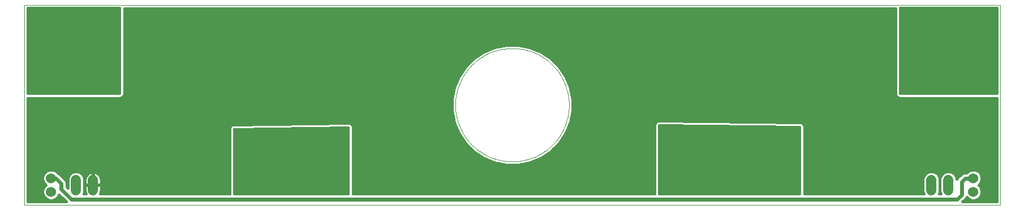
<source format=gbl>
G75*
G70*
%OFA0B0*%
%FSLAX24Y24*%
%IPPOS*%
%LPD*%
%AMOC8*
5,1,8,0,0,1.08239X$1,22.5*
%
%ADD10C,0.0000*%
%ADD11C,0.0591*%
%ADD12C,0.0600*%
%ADD13C,0.0160*%
%ADD14C,0.0317*%
%ADD15C,0.0100*%
%ADD16C,0.0356*%
%ADD17C,0.0240*%
D10*
X000350Y000280D02*
X057830Y000280D01*
X057830Y012091D01*
X000350Y012091D01*
X000350Y000280D01*
X025744Y006186D02*
X025748Y006350D01*
X025760Y006514D01*
X025780Y006677D01*
X025808Y006839D01*
X025844Y006999D01*
X025888Y007157D01*
X025940Y007313D01*
X025999Y007466D01*
X026065Y007617D01*
X026139Y007763D01*
X026220Y007906D01*
X026308Y008045D01*
X026402Y008179D01*
X026504Y008309D01*
X026611Y008433D01*
X026724Y008552D01*
X026843Y008665D01*
X026967Y008772D01*
X027097Y008874D01*
X027231Y008968D01*
X027370Y009056D01*
X027513Y009137D01*
X027659Y009211D01*
X027810Y009277D01*
X027963Y009336D01*
X028119Y009388D01*
X028277Y009432D01*
X028437Y009468D01*
X028599Y009496D01*
X028762Y009516D01*
X028926Y009528D01*
X029090Y009532D01*
X029254Y009528D01*
X029418Y009516D01*
X029581Y009496D01*
X029743Y009468D01*
X029903Y009432D01*
X030061Y009388D01*
X030217Y009336D01*
X030370Y009277D01*
X030521Y009211D01*
X030667Y009137D01*
X030810Y009056D01*
X030949Y008968D01*
X031083Y008874D01*
X031213Y008772D01*
X031337Y008665D01*
X031456Y008552D01*
X031569Y008433D01*
X031676Y008309D01*
X031778Y008179D01*
X031872Y008045D01*
X031960Y007906D01*
X032041Y007763D01*
X032115Y007617D01*
X032181Y007466D01*
X032240Y007313D01*
X032292Y007157D01*
X032336Y006999D01*
X032372Y006839D01*
X032400Y006677D01*
X032420Y006514D01*
X032432Y006350D01*
X032436Y006186D01*
X032432Y006022D01*
X032420Y005858D01*
X032400Y005695D01*
X032372Y005533D01*
X032336Y005373D01*
X032292Y005215D01*
X032240Y005059D01*
X032181Y004906D01*
X032115Y004755D01*
X032041Y004609D01*
X031960Y004466D01*
X031872Y004327D01*
X031778Y004193D01*
X031676Y004063D01*
X031569Y003939D01*
X031456Y003820D01*
X031337Y003707D01*
X031213Y003600D01*
X031083Y003498D01*
X030949Y003404D01*
X030810Y003316D01*
X030667Y003235D01*
X030521Y003161D01*
X030370Y003095D01*
X030217Y003036D01*
X030061Y002984D01*
X029903Y002940D01*
X029743Y002904D01*
X029581Y002876D01*
X029418Y002856D01*
X029254Y002844D01*
X029090Y002840D01*
X028926Y002844D01*
X028762Y002856D01*
X028599Y002876D01*
X028437Y002904D01*
X028277Y002940D01*
X028119Y002984D01*
X027963Y003036D01*
X027810Y003095D01*
X027659Y003161D01*
X027513Y003235D01*
X027370Y003316D01*
X027231Y003404D01*
X027097Y003498D01*
X026967Y003600D01*
X026843Y003707D01*
X026724Y003820D01*
X026611Y003939D01*
X026504Y004063D01*
X026402Y004193D01*
X026308Y004327D01*
X026220Y004466D01*
X026139Y004609D01*
X026065Y004755D01*
X025999Y004906D01*
X025940Y005059D01*
X025888Y005215D01*
X025844Y005373D01*
X025808Y005533D01*
X025780Y005695D01*
X025760Y005858D01*
X025748Y006022D01*
X025744Y006186D01*
D11*
X004393Y001756D02*
X004393Y001166D01*
X003393Y001166D02*
X003393Y001756D01*
X053787Y001756D02*
X053787Y001166D01*
X054787Y001166D02*
X054787Y001756D01*
D12*
X056256Y001855D03*
X056256Y001067D03*
X001925Y001067D03*
X001925Y001855D03*
D13*
X001425Y001865D02*
X000550Y001865D01*
X000550Y002024D02*
X001454Y002024D01*
X001425Y001954D02*
X001425Y001755D01*
X001501Y001572D01*
X001612Y001461D01*
X001501Y001351D01*
X001425Y001167D01*
X001425Y000968D01*
X001501Y000784D01*
X001642Y000644D01*
X001826Y000567D01*
X002024Y000567D01*
X002208Y000644D01*
X002349Y000784D01*
X002391Y000887D01*
X002798Y000480D01*
X000550Y000480D01*
X000550Y006600D01*
X006006Y006600D01*
X006109Y006643D01*
X006188Y006721D01*
X006230Y006824D01*
X006230Y011891D01*
X051670Y011891D01*
X051670Y006824D01*
X051713Y006721D01*
X051792Y006643D01*
X051894Y006600D01*
X057630Y006600D01*
X057630Y000480D01*
X055629Y000480D01*
X055748Y000599D01*
X055838Y000689D01*
X055864Y000752D01*
X055972Y000644D01*
X056156Y000567D01*
X056355Y000567D01*
X056539Y000644D01*
X056680Y000784D01*
X056756Y000968D01*
X056756Y001167D01*
X056680Y001351D01*
X056569Y001461D01*
X056680Y001572D01*
X056756Y001755D01*
X056756Y001954D01*
X056680Y002138D01*
X056539Y002279D01*
X056355Y002355D01*
X056156Y002355D01*
X055972Y002279D01*
X055869Y002175D01*
X055700Y002175D01*
X055582Y002126D01*
X055492Y002036D01*
X055295Y001839D01*
X055282Y001808D01*
X055282Y001855D01*
X055207Y002037D01*
X055068Y002176D01*
X054886Y002252D01*
X054689Y002252D01*
X054507Y002176D01*
X054367Y002037D01*
X054292Y001855D01*
X054292Y001067D01*
X054343Y000944D01*
X054232Y000944D01*
X054282Y001067D01*
X054282Y001855D01*
X054207Y002037D01*
X054068Y002176D01*
X053886Y002252D01*
X053689Y002252D01*
X053507Y002176D01*
X053367Y002037D01*
X053292Y001855D01*
X053292Y001067D01*
X053343Y000944D01*
X046299Y000944D01*
X046299Y004878D01*
X046299Y004932D01*
X046299Y004934D01*
X046299Y004936D01*
X046278Y004986D01*
X046258Y005036D01*
X046257Y005037D01*
X046256Y005039D01*
X046218Y005077D01*
X046180Y005115D01*
X046179Y005116D01*
X046177Y005117D01*
X046127Y005138D01*
X046078Y005159D01*
X046076Y005159D01*
X046074Y005160D01*
X046020Y005160D01*
X037815Y005258D01*
X037814Y005258D01*
X037760Y005258D01*
X037706Y005259D01*
X037704Y005258D01*
X037702Y005258D01*
X037652Y005238D01*
X037602Y005218D01*
X037601Y005216D01*
X037599Y005216D01*
X037561Y005178D01*
X037523Y005140D01*
X037522Y005138D01*
X037521Y005137D01*
X037500Y005087D01*
X037479Y005037D01*
X037479Y005036D01*
X037478Y005034D01*
X037478Y004980D01*
X037477Y004926D01*
X037478Y004924D01*
X037478Y000944D01*
X019699Y000944D01*
X019699Y004831D01*
X019699Y004832D01*
X019699Y004880D01*
X019699Y004928D01*
X019698Y004930D01*
X019698Y004932D01*
X019679Y004976D01*
X019661Y005020D01*
X019659Y005021D01*
X019658Y005023D01*
X019624Y005056D01*
X019590Y005090D01*
X019588Y005091D01*
X019587Y005092D01*
X019543Y005110D01*
X019498Y005128D01*
X019496Y005128D01*
X019495Y005129D01*
X019447Y005128D01*
X019399Y005128D01*
X019397Y005128D01*
X012678Y005030D01*
X012630Y005030D01*
X012629Y005029D01*
X012627Y005029D01*
X012583Y005010D01*
X012538Y004992D01*
X012537Y004991D01*
X012535Y004990D01*
X012502Y004955D01*
X012468Y004922D01*
X012467Y004920D01*
X012466Y004919D01*
X012448Y004874D01*
X012430Y004830D01*
X012430Y004828D01*
X012429Y004826D01*
X012430Y004778D01*
X012430Y000944D01*
X004814Y000944D01*
X004834Y000983D01*
X004857Y001055D01*
X004869Y001128D01*
X004869Y001443D01*
X004412Y001443D01*
X004412Y001480D01*
X004375Y001480D01*
X004375Y002232D01*
X004356Y002232D01*
X004282Y002220D01*
X004211Y002197D01*
X004144Y002163D01*
X004084Y002119D01*
X004031Y002066D01*
X003987Y002005D01*
X003953Y001939D01*
X003930Y001868D01*
X003918Y001794D01*
X003918Y001480D01*
X004375Y001480D01*
X004375Y001443D01*
X003918Y001443D01*
X003918Y001128D01*
X003930Y001055D01*
X003953Y000983D01*
X003973Y000944D01*
X003838Y000944D01*
X003889Y001067D01*
X003889Y001855D01*
X003813Y002037D01*
X003674Y002176D01*
X003492Y002252D01*
X003295Y002252D01*
X003113Y002176D01*
X002974Y002037D01*
X002898Y001855D01*
X002898Y001285D01*
X002836Y001348D01*
X002836Y001623D01*
X002787Y001741D01*
X002697Y001831D01*
X002402Y002126D01*
X002332Y002155D01*
X002208Y002279D01*
X002024Y002355D01*
X001826Y002355D01*
X001642Y002279D01*
X001501Y002138D01*
X001425Y001954D01*
X001445Y001707D02*
X000550Y001707D01*
X000550Y001548D02*
X001525Y001548D01*
X001540Y001390D02*
X000550Y001390D01*
X000550Y001231D02*
X001452Y001231D01*
X001425Y001073D02*
X000550Y001073D01*
X000550Y000914D02*
X001447Y000914D01*
X001530Y000756D02*
X000550Y000756D01*
X000550Y000597D02*
X001754Y000597D01*
X002096Y000597D02*
X002681Y000597D01*
X002523Y000756D02*
X002320Y000756D01*
X003889Y001073D02*
X003927Y001073D01*
X003918Y001231D02*
X003889Y001231D01*
X003889Y001390D02*
X003918Y001390D01*
X003918Y001548D02*
X003889Y001548D01*
X003889Y001707D02*
X003918Y001707D01*
X004375Y001707D02*
X004412Y001707D01*
X004412Y001548D02*
X004375Y001548D01*
X004412Y001480D02*
X004412Y002232D01*
X004431Y002232D01*
X004505Y002220D01*
X004576Y002197D01*
X004643Y002163D01*
X004703Y002119D01*
X004756Y002066D01*
X004800Y002005D01*
X004834Y001939D01*
X004857Y001868D01*
X004869Y001794D01*
X004869Y001480D01*
X004412Y001480D01*
X004869Y001548D02*
X012430Y001548D01*
X012430Y001390D02*
X004869Y001390D01*
X004869Y001231D02*
X012430Y001231D01*
X012430Y001073D02*
X004860Y001073D01*
X002898Y001390D02*
X002836Y001390D01*
X002836Y001548D02*
X002898Y001548D01*
X002898Y001707D02*
X002801Y001707D01*
X002902Y001865D02*
X002663Y001865D01*
X002504Y002024D02*
X002968Y002024D01*
X003127Y002182D02*
X002305Y002182D01*
X001545Y002182D02*
X000550Y002182D01*
X000550Y002341D02*
X001791Y002341D01*
X002059Y002341D02*
X012430Y002341D01*
X012430Y002499D02*
X000550Y002499D01*
X000550Y002658D02*
X012430Y002658D01*
X012430Y002816D02*
X000550Y002816D01*
X000550Y002975D02*
X012430Y002975D01*
X012430Y003133D02*
X000550Y003133D01*
X000550Y003292D02*
X012430Y003292D01*
X012430Y003450D02*
X000550Y003450D01*
X000550Y003609D02*
X012430Y003609D01*
X012430Y003767D02*
X000550Y003767D01*
X000550Y003926D02*
X012430Y003926D01*
X012430Y004084D02*
X000550Y004084D01*
X000550Y004243D02*
X012430Y004243D01*
X012430Y004401D02*
X000550Y004401D01*
X000550Y004560D02*
X012430Y004560D01*
X012430Y004718D02*
X000550Y004718D01*
X000550Y004877D02*
X012449Y004877D01*
X013023Y005035D02*
X000550Y005035D01*
X000550Y005194D02*
X025672Y005194D01*
X025680Y005151D02*
X025948Y004506D01*
X026336Y003925D01*
X026830Y003431D01*
X027410Y003043D01*
X028056Y002775D01*
X028741Y002639D01*
X029440Y002639D01*
X030125Y002775D01*
X030770Y003043D01*
X031351Y003431D01*
X031845Y003925D01*
X032233Y004506D01*
X032501Y005151D01*
X032637Y005836D01*
X032637Y006535D01*
X032501Y007220D01*
X032233Y007865D01*
X031845Y008446D01*
X031351Y008940D01*
X030770Y009328D01*
X030125Y009596D01*
X029440Y009732D01*
X028741Y009732D01*
X028056Y009596D01*
X027410Y009328D01*
X026830Y008940D01*
X026336Y008446D01*
X025948Y007865D01*
X025680Y007220D01*
X025544Y006535D01*
X025544Y005836D01*
X025680Y005151D01*
X025728Y005035D02*
X019646Y005035D01*
X019699Y004877D02*
X025794Y004877D01*
X025860Y004718D02*
X019699Y004718D01*
X019699Y004560D02*
X025925Y004560D01*
X026017Y004401D02*
X019699Y004401D01*
X019699Y004243D02*
X026123Y004243D01*
X026229Y004084D02*
X019699Y004084D01*
X019699Y003926D02*
X026335Y003926D01*
X026493Y003767D02*
X019699Y003767D01*
X019699Y003609D02*
X026652Y003609D01*
X026810Y003450D02*
X019699Y003450D01*
X019699Y003292D02*
X027038Y003292D01*
X027275Y003133D02*
X019699Y003133D01*
X019699Y002975D02*
X027575Y002975D01*
X027958Y002816D02*
X019699Y002816D01*
X019699Y002658D02*
X028648Y002658D01*
X029532Y002658D02*
X037478Y002658D01*
X037478Y002816D02*
X030223Y002816D01*
X030606Y002975D02*
X037478Y002975D01*
X037478Y003133D02*
X030905Y003133D01*
X031143Y003292D02*
X037478Y003292D01*
X037758Y003292D02*
X046019Y003292D01*
X046019Y003133D02*
X037758Y003133D01*
X037758Y002975D02*
X046019Y002975D01*
X046299Y002975D02*
X057630Y002975D01*
X057630Y003133D02*
X046299Y003133D01*
X046299Y003292D02*
X057630Y003292D01*
X057630Y003450D02*
X046299Y003450D01*
X046299Y003609D02*
X057630Y003609D01*
X057630Y003767D02*
X046299Y003767D01*
X046299Y003926D02*
X057630Y003926D01*
X057630Y004084D02*
X046299Y004084D01*
X046299Y004243D02*
X057630Y004243D01*
X057630Y004401D02*
X046299Y004401D01*
X046019Y004401D02*
X037758Y004401D01*
X037758Y004243D02*
X046019Y004243D01*
X046019Y004084D02*
X037758Y004084D01*
X037478Y004084D02*
X031951Y004084D01*
X032057Y004243D02*
X037478Y004243D01*
X037478Y004401D02*
X032163Y004401D01*
X032255Y004560D02*
X037478Y004560D01*
X037478Y004718D02*
X032321Y004718D01*
X032387Y004877D02*
X037478Y004877D01*
X037758Y004877D02*
X046019Y004877D01*
X046019Y004880D02*
X037758Y004978D01*
X037758Y000944D01*
X046019Y000944D01*
X046019Y004880D01*
X046019Y004718D02*
X037758Y004718D01*
X037758Y004560D02*
X046019Y004560D01*
X046299Y004560D02*
X057630Y004560D01*
X057630Y004718D02*
X046299Y004718D01*
X046299Y004877D02*
X057630Y004877D01*
X057630Y005035D02*
X046258Y005035D01*
X043208Y005194D02*
X057630Y005194D01*
X057630Y005352D02*
X032540Y005352D01*
X032509Y005194D02*
X037577Y005194D01*
X037478Y005035D02*
X032452Y005035D01*
X032572Y005511D02*
X057630Y005511D01*
X057630Y005669D02*
X032604Y005669D01*
X032635Y005828D02*
X057630Y005828D01*
X057630Y005986D02*
X032637Y005986D01*
X032637Y006145D02*
X057630Y006145D01*
X057630Y006303D02*
X032637Y006303D01*
X032637Y006462D02*
X057630Y006462D01*
X057650Y006880D02*
X051950Y006880D01*
X051950Y011911D01*
X057650Y011911D01*
X057650Y006880D01*
X057650Y006937D02*
X051950Y006937D01*
X051950Y007096D02*
X057650Y007096D01*
X057650Y007254D02*
X051950Y007254D01*
X051950Y007413D02*
X057650Y007413D01*
X057650Y007571D02*
X051950Y007571D01*
X051950Y007730D02*
X057650Y007730D01*
X057650Y007888D02*
X051950Y007888D01*
X051950Y008047D02*
X057650Y008047D01*
X057650Y008205D02*
X051950Y008205D01*
X051670Y008205D02*
X032006Y008205D01*
X032112Y008047D02*
X051670Y008047D01*
X051670Y007888D02*
X032218Y007888D01*
X032289Y007730D02*
X051670Y007730D01*
X051670Y007571D02*
X032355Y007571D01*
X032421Y007413D02*
X051670Y007413D01*
X051670Y007254D02*
X032486Y007254D01*
X032525Y007096D02*
X051670Y007096D01*
X051670Y006937D02*
X032557Y006937D01*
X032588Y006779D02*
X051689Y006779D01*
X051846Y006620D02*
X032620Y006620D01*
X026069Y008047D02*
X006230Y008047D01*
X006230Y008205D02*
X026174Y008205D01*
X026280Y008364D02*
X006230Y008364D01*
X006230Y008522D02*
X026411Y008522D01*
X026570Y008681D02*
X006230Y008681D01*
X005950Y008681D02*
X000530Y008681D01*
X000530Y008522D02*
X005950Y008522D01*
X005950Y008364D02*
X000530Y008364D01*
X000530Y008205D02*
X005950Y008205D01*
X005950Y008047D02*
X000530Y008047D01*
X000530Y007888D02*
X005950Y007888D01*
X006230Y007888D02*
X025963Y007888D01*
X025891Y007730D02*
X006230Y007730D01*
X006230Y007571D02*
X025826Y007571D01*
X025760Y007413D02*
X006230Y007413D01*
X006230Y007254D02*
X025694Y007254D01*
X025655Y007096D02*
X006230Y007096D01*
X006230Y006937D02*
X025624Y006937D01*
X025592Y006779D02*
X006211Y006779D01*
X005950Y006880D02*
X005950Y011911D01*
X000530Y011911D01*
X000530Y006880D01*
X005950Y006880D01*
X005950Y006937D02*
X000530Y006937D01*
X000530Y007096D02*
X005950Y007096D01*
X005950Y007254D02*
X000530Y007254D01*
X000530Y007413D02*
X005950Y007413D01*
X005950Y007571D02*
X000530Y007571D01*
X000530Y007730D02*
X005950Y007730D01*
X006054Y006620D02*
X025561Y006620D01*
X025544Y006462D02*
X000550Y006462D01*
X000550Y006303D02*
X025544Y006303D01*
X025544Y006145D02*
X000550Y006145D01*
X000550Y005986D02*
X025544Y005986D01*
X025546Y005828D02*
X000550Y005828D01*
X000550Y005669D02*
X025577Y005669D01*
X025609Y005511D02*
X000550Y005511D01*
X000550Y005352D02*
X025640Y005352D01*
X031846Y003926D02*
X037478Y003926D01*
X037478Y003767D02*
X031687Y003767D01*
X031529Y003609D02*
X037478Y003609D01*
X037478Y003450D02*
X031370Y003450D01*
X037478Y002499D02*
X019699Y002499D01*
X019699Y002341D02*
X037478Y002341D01*
X037758Y002341D02*
X046019Y002341D01*
X046019Y002499D02*
X037758Y002499D01*
X037758Y002658D02*
X046019Y002658D01*
X046019Y002816D02*
X037758Y002816D01*
X037758Y002182D02*
X046019Y002182D01*
X046019Y002024D02*
X037758Y002024D01*
X037758Y001865D02*
X046019Y001865D01*
X046299Y001865D02*
X053296Y001865D01*
X053362Y002024D02*
X046299Y002024D01*
X046299Y002182D02*
X053521Y002182D01*
X054054Y002182D02*
X054521Y002182D01*
X054362Y002024D02*
X054213Y002024D01*
X054278Y001865D02*
X054296Y001865D01*
X054282Y001707D02*
X054292Y001707D01*
X054282Y001548D02*
X054292Y001548D01*
X054282Y001390D02*
X054292Y001390D01*
X054282Y001231D02*
X054292Y001231D01*
X054282Y001073D02*
X054292Y001073D01*
X053292Y001073D02*
X046299Y001073D01*
X046019Y001073D02*
X037758Y001073D01*
X037478Y001073D02*
X019699Y001073D01*
X019699Y001231D02*
X037478Y001231D01*
X037478Y001390D02*
X019699Y001390D01*
X019699Y001548D02*
X037478Y001548D01*
X037478Y001707D02*
X019699Y001707D01*
X019699Y001865D02*
X037478Y001865D01*
X037478Y002024D02*
X019699Y002024D01*
X019699Y002182D02*
X037478Y002182D01*
X037758Y001707D02*
X046019Y001707D01*
X046019Y001548D02*
X037758Y001548D01*
X037758Y001390D02*
X046019Y001390D01*
X046019Y001231D02*
X037758Y001231D01*
X046299Y001231D02*
X053292Y001231D01*
X053292Y001390D02*
X046299Y001390D01*
X046299Y001548D02*
X053292Y001548D01*
X053292Y001707D02*
X046299Y001707D01*
X046299Y002341D02*
X056122Y002341D01*
X056390Y002341D02*
X057630Y002341D01*
X057630Y002499D02*
X046299Y002499D01*
X046299Y002658D02*
X057630Y002658D01*
X057630Y002816D02*
X046299Y002816D01*
X046019Y003450D02*
X037758Y003450D01*
X037758Y003609D02*
X046019Y003609D01*
X046019Y003767D02*
X037758Y003767D01*
X037758Y003926D02*
X046019Y003926D01*
X055054Y002182D02*
X055876Y002182D01*
X055480Y002024D02*
X055213Y002024D01*
X055278Y001865D02*
X055321Y001865D01*
X056636Y002182D02*
X057630Y002182D01*
X057630Y002024D02*
X056727Y002024D01*
X056756Y001865D02*
X057630Y001865D01*
X057630Y001707D02*
X056735Y001707D01*
X056656Y001548D02*
X057630Y001548D01*
X057630Y001390D02*
X056641Y001390D01*
X056729Y001231D02*
X057630Y001231D01*
X057630Y001073D02*
X056756Y001073D01*
X056733Y000914D02*
X057630Y000914D01*
X057630Y000756D02*
X056651Y000756D01*
X056427Y000597D02*
X057630Y000597D01*
X056085Y000597D02*
X055746Y000597D01*
X055748Y000599D02*
X055748Y000599D01*
X057650Y008364D02*
X051950Y008364D01*
X051950Y008522D02*
X057650Y008522D01*
X057650Y008681D02*
X051950Y008681D01*
X051670Y008681D02*
X031611Y008681D01*
X031769Y008522D02*
X051670Y008522D01*
X051670Y008364D02*
X031900Y008364D01*
X031452Y008839D02*
X051670Y008839D01*
X051670Y008998D02*
X031265Y008998D01*
X031028Y009156D02*
X051670Y009156D01*
X051670Y009315D02*
X030791Y009315D01*
X030421Y009473D02*
X051670Y009473D01*
X051670Y009632D02*
X029945Y009632D01*
X028236Y009632D02*
X006230Y009632D01*
X006230Y009790D02*
X051670Y009790D01*
X051950Y009790D02*
X057650Y009790D01*
X057650Y009632D02*
X051950Y009632D01*
X051950Y009473D02*
X057650Y009473D01*
X057650Y009315D02*
X051950Y009315D01*
X051950Y009156D02*
X057650Y009156D01*
X057650Y008998D02*
X051950Y008998D01*
X051950Y008839D02*
X057650Y008839D01*
X057650Y009949D02*
X051950Y009949D01*
X051950Y010107D02*
X057650Y010107D01*
X057650Y010266D02*
X051950Y010266D01*
X051950Y010424D02*
X057650Y010424D01*
X057650Y010583D02*
X051950Y010583D01*
X051950Y010741D02*
X057650Y010741D01*
X057650Y010900D02*
X051950Y010900D01*
X051670Y010900D02*
X006230Y010900D01*
X006230Y010741D02*
X051670Y010741D01*
X051670Y010583D02*
X006230Y010583D01*
X005950Y010583D02*
X000530Y010583D01*
X000530Y010741D02*
X005950Y010741D01*
X005950Y010900D02*
X000530Y010900D01*
X000530Y011058D02*
X005950Y011058D01*
X005950Y011217D02*
X000530Y011217D01*
X000530Y011375D02*
X005950Y011375D01*
X005950Y011534D02*
X000530Y011534D01*
X000530Y011692D02*
X005950Y011692D01*
X005950Y011851D02*
X000530Y011851D01*
X006230Y011851D02*
X051670Y011851D01*
X051670Y011692D02*
X006230Y011692D01*
X006230Y011534D02*
X051670Y011534D01*
X051670Y011375D02*
X006230Y011375D01*
X006230Y011217D02*
X051670Y011217D01*
X051670Y011058D02*
X006230Y011058D01*
X006230Y010424D02*
X051670Y010424D01*
X051670Y010266D02*
X006230Y010266D01*
X006230Y010107D02*
X051670Y010107D01*
X051670Y009949D02*
X006230Y009949D01*
X005950Y009949D02*
X000530Y009949D01*
X000530Y010107D02*
X005950Y010107D01*
X005950Y010266D02*
X000530Y010266D01*
X000530Y010424D02*
X005950Y010424D01*
X005950Y009790D02*
X000530Y009790D01*
X000530Y009632D02*
X005950Y009632D01*
X005950Y009473D02*
X000530Y009473D01*
X000530Y009315D02*
X005950Y009315D01*
X005950Y009156D02*
X000530Y009156D01*
X000530Y008998D02*
X005950Y008998D01*
X005950Y008839D02*
X000530Y008839D01*
X006230Y008839D02*
X026728Y008839D01*
X026915Y008998D02*
X006230Y008998D01*
X006230Y009156D02*
X027153Y009156D01*
X027390Y009315D02*
X006230Y009315D01*
X006230Y009473D02*
X027760Y009473D01*
X051950Y011058D02*
X057650Y011058D01*
X057650Y011217D02*
X051950Y011217D01*
X051950Y011375D02*
X057650Y011375D01*
X057650Y011534D02*
X051950Y011534D01*
X051950Y011692D02*
X057650Y011692D01*
X057650Y011851D02*
X051950Y011851D01*
X012430Y002182D02*
X004605Y002182D01*
X004412Y002182D02*
X004375Y002182D01*
X004375Y002024D02*
X004412Y002024D01*
X004412Y001865D02*
X004375Y001865D01*
X004000Y002024D02*
X003819Y002024D01*
X003885Y001865D02*
X003929Y001865D01*
X004182Y002182D02*
X003660Y002182D01*
X004787Y002024D02*
X012430Y002024D01*
X012430Y001865D02*
X004857Y001865D01*
X004869Y001707D02*
X012430Y001707D01*
D14*
X011985Y001495D03*
X011886Y003365D03*
X005390Y004054D03*
X006670Y005038D03*
X011886Y004939D03*
X001256Y006022D03*
X008442Y007794D03*
X007550Y008680D03*
X007200Y008680D03*
X007200Y009080D03*
X007550Y009080D03*
X008540Y010451D03*
X042103Y005924D03*
X043776Y005825D03*
X049879Y005530D03*
X052142Y006317D03*
X052536Y004546D03*
X049977Y003955D03*
X046926Y001298D03*
X036886Y001593D03*
X020449Y001888D03*
X000764Y000806D03*
X047516Y007991D03*
X049050Y008930D03*
X049400Y008930D03*
X049400Y009380D03*
X049050Y009380D03*
X047516Y009861D03*
D15*
X019449Y004878D02*
X012680Y004780D01*
X012680Y000914D01*
X019449Y000914D01*
X019449Y004878D01*
X019449Y004811D02*
X014813Y004811D01*
X012680Y004713D02*
X019449Y004713D01*
X019449Y004614D02*
X012680Y004614D01*
X012680Y004516D02*
X019449Y004516D01*
X019449Y004417D02*
X012680Y004417D01*
X012680Y004319D02*
X019449Y004319D01*
X019449Y004220D02*
X012680Y004220D01*
X012680Y004122D02*
X019449Y004122D01*
X019449Y004023D02*
X012680Y004023D01*
X012680Y003925D02*
X019449Y003925D01*
X019449Y003826D02*
X012680Y003826D01*
X012680Y003728D02*
X019449Y003728D01*
X019449Y003629D02*
X012680Y003629D01*
X012680Y003531D02*
X019449Y003531D01*
X019449Y003432D02*
X012680Y003432D01*
X012680Y003334D02*
X019449Y003334D01*
X019449Y003235D02*
X012680Y003235D01*
X012680Y003137D02*
X019449Y003137D01*
X019449Y003038D02*
X012680Y003038D01*
X012680Y002940D02*
X019449Y002940D01*
X019449Y002841D02*
X012680Y002841D01*
X012680Y002743D02*
X019449Y002743D01*
X019449Y002644D02*
X012680Y002644D01*
X012680Y002546D02*
X019449Y002546D01*
X019449Y002447D02*
X012680Y002447D01*
X012680Y002349D02*
X019449Y002349D01*
X019449Y002250D02*
X012680Y002250D01*
X012680Y002152D02*
X019449Y002152D01*
X019449Y002053D02*
X012680Y002053D01*
X012680Y001955D02*
X019449Y001955D01*
X019449Y001856D02*
X012680Y001856D01*
X012680Y001758D02*
X019449Y001758D01*
X019449Y001659D02*
X012680Y001659D01*
X012680Y001561D02*
X019449Y001561D01*
X019449Y001462D02*
X012680Y001462D01*
X012680Y001364D02*
X019449Y001364D01*
X019449Y001265D02*
X012680Y001265D01*
X012680Y001167D02*
X019449Y001167D01*
X019449Y001068D02*
X012680Y001068D01*
X012680Y000970D02*
X019449Y000970D01*
D16*
X015212Y001264D03*
X014622Y001264D03*
X014622Y001756D03*
X015212Y001756D03*
X015212Y002249D03*
X014622Y002249D03*
X014622Y002741D03*
X015212Y002741D03*
X015212Y003233D03*
X014622Y003233D03*
X004550Y007980D03*
X004050Y007980D03*
X004050Y008480D03*
X004550Y008480D03*
X004550Y008980D03*
X004050Y008980D03*
X004050Y009480D03*
X004550Y009480D03*
X004550Y009980D03*
X004050Y009980D03*
X042919Y003180D03*
X043519Y003180D03*
X043519Y002680D03*
X042919Y002680D03*
X042919Y002180D03*
X043519Y002180D03*
X043519Y001680D03*
X042919Y001680D03*
X042919Y001180D03*
X043519Y001180D03*
X053598Y007957D03*
X054189Y007957D03*
X054189Y008449D03*
X053598Y008449D03*
X053598Y008941D03*
X054189Y008941D03*
X054189Y009532D03*
X053598Y009532D03*
X053598Y010024D03*
X054189Y010024D03*
D17*
X055764Y001855D02*
X056256Y001855D01*
X055764Y001855D02*
X055567Y001658D01*
X055567Y000871D01*
X055321Y000624D01*
X003106Y000624D01*
X002516Y001215D01*
X002516Y001560D01*
X002220Y001855D01*
X001925Y001855D01*
M02*

</source>
